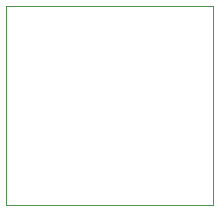
<source format=gbr>
%TF.GenerationSoftware,KiCad,Pcbnew,7.0.10*%
%TF.CreationDate,2024-03-07T16:00:11+01:00*%
%TF.ProjectId,IO_LED_Stick,494f5f4c-4544-45f5-9374-69636b2e6b69,1*%
%TF.SameCoordinates,Original*%
%TF.FileFunction,Profile,NP*%
%FSLAX46Y46*%
G04 Gerber Fmt 4.6, Leading zero omitted, Abs format (unit mm)*
G04 Created by KiCad (PCBNEW 7.0.10) date 2024-03-07 16:00:11*
%MOMM*%
%LPD*%
G01*
G04 APERTURE LIST*
%TA.AperFunction,Profile*%
%ADD10C,0.100000*%
%TD*%
G04 APERTURE END LIST*
D10*
X139065000Y-77978000D02*
X156591000Y-77978000D01*
X156591000Y-94869000D01*
X139065000Y-94869000D01*
X139065000Y-77978000D01*
M02*

</source>
